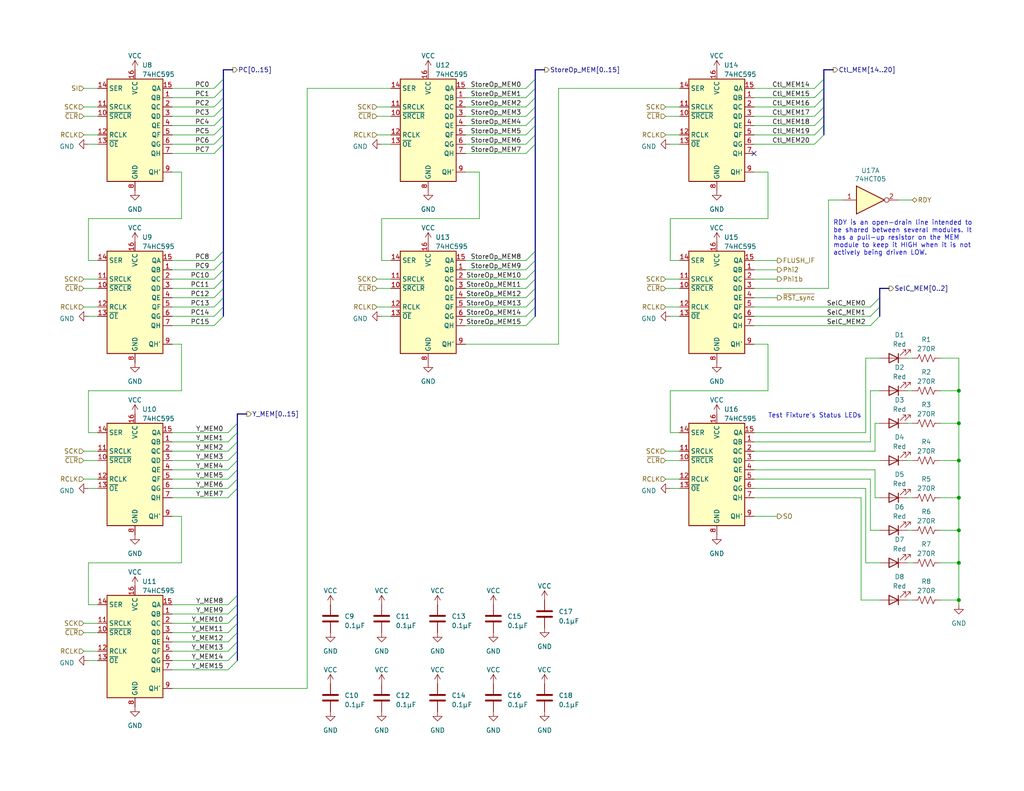
<source format=kicad_sch>
(kicad_sch (version 20250114) (generator "eeschema") (generator_version "9.0")
  (paper "USLetter")
  (title_block (date "2023-03-20"))
  (lib_symbols
    (symbol "74xx:74HC595"
      (property "Reference" "U" (at -7.62 13.97 0))
      (property "Value" "74HC595" (at -7.62 -16.51 0))
      (symbol "74HC595_1_0"
        (pin input line (at -10.16 10.16 0) (length 2.54) (name "SER") (number "14"))
        (pin input line (at -10.16 5.08 0) (length 2.54) (name "SRCLK") (number "11"))
        (pin input line (at -10.16 2.54 0) (length 2.54) (name "~{SRCLR}") (number "10"))
        (pin input line (at -10.16 -2.54 0) (length 2.54) (name "RCLK") (number "12"))
        (pin input line (at -10.16 -5.08 0) (length 2.54) (name "~{OE}") (number "13"))
        (pin power_in line (at 0 15.24 270) (length 2.54) (name "VCC") (number "16"))
        (pin power_in line (at 0 -17.78 90) (length 2.54) (name "GND") (number "8"))
        (pin tri_state line (at 10.16 10.16 180) (length 2.54) (name "QA") (number "15"))
        (pin tri_state line (at 10.16 7.62 180) (length 2.54) (name "QB") (number "1"))
        (pin tri_state line (at 10.16 5.08 180) (length 2.54) (name "QC") (number "2"))
        (pin tri_state line (at 10.16 2.54 180) (length 2.54) (name "QD") (number "3"))
        (pin tri_state line (at 10.16 0 180) (length 2.54) (name "QE") (number "4"))
        (pin tri_state line (at 10.16 -2.54 180) (length 2.54) (name "QF") (number "5"))
        (pin tri_state line (at 10.16 -5.08 180) (length 2.54) (name "QG") (number "6"))
        (pin tri_state line (at 10.16 -7.62 180) (length 2.54) (name "QH") (number "7"))
        (pin output line (at 10.16 -12.7 180) (length 2.54) (name "QH'") (number "9"))
      )
      (symbol "74HC595_1_1"
        (rectangle (start -7.62 12.7) (end 7.62 -15.24) (stroke (width 0.254)) (fill (type background)))
      )
    )
    (symbol "74xx:74LS05" (pin_names (offset 1.016))
      (property "Reference" "U" (at 0 1.27 0))
      (property "Value" "74LS05" (at 0 -1.27 0))
      (symbol "74LS05_1_0"
        (polyline (pts (xy -3.81 3.81) (xy -3.81 -3.81) (xy 3.81 0) (xy -3.81 3.81)) (stroke (width 0.254)) (fill (type background)))
        (pin input line (at -7.62 0 0) (length 3.81) (name "~") (number "1"))
        (pin open_collector inverted (at 7.62 0 180) (length 3.81) (name "~") (number "2"))
      )
      (symbol "74LS05_2_0"
        (polyline (pts (xy -3.81 3.81) (xy -3.81 -3.81) (xy 3.81 0) (xy -3.81 3.81)) (stroke (width 0.254)) (fill (type background)))
        (pin input line (at -7.62 0 0) (length 3.81) (name "~") (number "3"))
        (pin open_collector inverted (at 7.62 0 180) (length 3.81) (name "~") (number "4"))
      )
      (symbol "74LS05_3_0"
        (polyline (pts (xy -3.81 3.81) (xy -3.81 -3.81) (xy 3.81 0) (xy -3.81 3.81)) (stroke (width 0.254)) (fill (type background)))
        (pin input line (at -7.62 0 0) (length 3.81) (name "~") (number "5"))
        (pin open_collector inverted (at 7.62 0 180) (length 3.81) (name "~") (number "6"))
      )
      (symbol "74LS05_4_0"
        (polyline (pts (xy -3.81 3.81) (xy -3.81 -3.81) (xy 3.81 0) (xy -3.81 3.81)) (stroke (width 0.254)) (fill (type background)))
        (pin input line (at -7.62 0 0) (length 3.81) (name "~") (number "9"))
        (pin open_collector inverted (at 7.62 0 180) (length 3.81) (name "~") (number "8"))
      )
      (symbol "74LS05_5_0"
        (polyline (pts (xy -3.81 3.81) (xy -3.81 -3.81) (xy 3.81 0) (xy -3.81 3.81)) (stroke (width 0.254)) (fill (type background)))
        (pin input line (at -7.62 0 0) (length 3.81) (name "~") (number "11"))
        (pin open_collector inverted (at 7.62 0 180) (length 3.81) (name "~") (number "10"))
      )
      (symbol "74LS05_6_0"
        (polyline (pts (xy -3.81 3.81) (xy -3.81 -3.81) (xy 3.81 0) (xy -3.81 3.81)) (stroke (width 0.254)) (fill (type background)))
        (pin input line (at -7.62 0 0) (length 3.81) (name "~") (number "13"))
        (pin open_collector inverted (at 7.62 0 180) (length 3.81) (name "~") (number "12"))
      )
      (symbol "74LS05_7_0"
        (pin power_in line (at 0 12.7 270) (length 5.08) (name "VCC") (number "14"))
        (pin power_in line (at 0 -12.7 90) (length 5.08) (name "GND") (number "7"))
      )
      (symbol "74LS05_7_1"
        (rectangle (start -5.08 7.62) (end 5.08 -7.62) (stroke (width 0.254)) (fill (type background)))
      )
    )
    (symbol "Device:C" (pin_numbers (hide yes)) (pin_names (offset 0.254))
      (property "Reference" "C" (at 0.635 2.54 0))
      (property "Value" "C" (at 0.635 -2.54 0))
      (symbol "C_0_1"
        (polyline (pts (xy -2.032 0.762) (xy 2.032 0.762)) (stroke (width 0.508)))
        (polyline (pts (xy -2.032 -0.762) (xy 2.032 -0.762)) (stroke (width 0.508)))
      )
      (symbol "C_1_1"
        (pin passive line (at 0 3.81 270) (length 2.794) (name "~") (number "1"))
        (pin passive line (at 0 -3.81 90) (length 2.794) (name "~") (number "2"))
      )
    )
    (symbol "Device:LED" (pin_numbers (hide yes)) (pin_names (offset 1.016) (hide yes))
      (property "Reference" "D" (at 0 2.54 0))
      (property "Value" "LED" (at 0 -2.54 0))
      (symbol "LED_0_1"
        (polyline (pts (xy -3.048 -0.762) (xy -4.572 -2.286) (xy -3.81 -2.286) (xy -4.572 -2.286) (xy -4.572 -1.524)))
        (polyline (pts (xy -1.778 -0.762) (xy -3.302 -2.286) (xy -2.54 -2.286) (xy -3.302 -2.286) (xy -3.302 -1.524)))
        (polyline (pts (xy -1.27 0) (xy 1.27 0)))
        (polyline (pts (xy -1.27 -1.27) (xy -1.27 1.27)) (stroke (width 0.254)))
        (polyline (pts (xy 1.27 -1.27) (xy 1.27 1.27) (xy -1.27 0) (xy 1.27 -1.27)) (stroke (width 0.254)))
      )
      (symbol "LED_1_1"
        (pin passive line (at -3.81 0 0) (length 2.54) (name "K") (number "1"))
        (pin passive line (at 3.81 0 180) (length 2.54) (name "A") (number "2"))
      )
    )
    (symbol "Device:R_US" (pin_numbers (hide yes)) (pin_names (offset 0))
      (property "Reference" "R" (at 2.54 0 90))
      (property "Value" "R_US" (at -2.54 0 90))
      (symbol "R_US_0_1"
        (polyline (pts (xy 0 2.286) (xy 0 2.54)))
        (polyline (pts (xy 0 2.286) (xy 1.016 1.905) (xy 0 1.524) (xy -1.016 1.143) (xy 0 0.762)))
        (polyline (pts (xy 0 0.762) (xy 1.016 0.381) (xy 0 0) (xy -1.016 -0.381) (xy 0 -0.762)))
        (polyline (pts (xy 0 -0.762) (xy 1.016 -1.143) (xy 0 -1.524) (xy -1.016 -1.905) (xy 0 -2.286)))
        (polyline (pts (xy 0 -2.286) (xy 0 -2.54)))
      )
      (symbol "R_US_1_1"
        (pin passive line (at 0 3.81 270) (length 1.27) (name "~") (number "1"))
        (pin passive line (at 0 -3.81 90) (length 1.27) (name "~") (number "2"))
      )
    )
    (symbol "power:GND" (power) (pin_names (offset 0))
      (property "Value" "GND" (at 0 -3.81 0))
      (symbol "GND_0_1"
        (polyline (pts (xy 0 0) (xy 0 -1.27) (xy 1.27 -1.27) (xy 0 -2.54) (xy -1.27 -1.27) (xy 0 -1.27)))
      )
      (symbol "GND_1_1"
        (pin power_in line (at 0 0 270) (length 0) (hide yes) (name "GND") (number "1"))
      )
    )
    (symbol "power:VCC" (power) (pin_names (offset 0))
      (property "Value" "VCC" (at 0 3.81 0))
      (symbol "VCC_0_1"
        (polyline (pts (xy -0.762 1.27) (xy 0 2.54)))
        (polyline (pts (xy 0 2.54) (xy 0.762 1.27)))
        (polyline (pts (xy 0 0) (xy 0 2.54)))
      )
      (symbol "VCC_1_1"
        (pin power_in line (at 0 0 90) (length 0) (hide yes) (name "VCC") (number "1"))
      )
    )
  )
  (text "RDY is an open-drain line intended to\nbe shared between several modules. It\nhas a pull-up resistor on the MEM\nmodule to keep it HIGH when it is not\nactively being driven LOW." (at 227.33 69.85 0) (effects (font (size 1.27 1.27)) (justify left bottom)))
  (text "Test Fixture's Status LEDs" (at 209.55 114.3 0) (effects (font (size 1.27 1.27)) (justify left bottom)))
  (junction (at 295.91 69.85))
  (junction (at 261.62 135.89))
  (junction (at 261.62 153.67))
  (junction (at 261.62 144.78))
  (junction (at 261.62 115.57))
  (junction (at 295.91 96.52))
  (junction (at 261.62 125.73))
  (junction (at 295.91 57.15))
  (junction (at 261.62 106.68))
  (junction (at 295.91 44.45))
  (junction (at 261.62 163.83))
  (junction (at 295.91 83.82))
  (no_connect (at 311.15 83.82))
  (no_connect (at 311.15 44.45))
  (no_connect (at 311.15 69.85))
  (no_connect (at 205.74 41.91))
  (no_connect (at 311.15 96.52))
  (no_connect (at 311.15 57.15))
  (bus_entry (at 146.05 78.74) (size -2.54 2.54))
  (bus_entry (at 60.96 76.2) (size -2.54 2.54))
  (bus_entry (at 64.77 167.64) (size -2.54 2.54))
  (bus_entry (at 60.96 81.28) (size -2.54 2.54))
  (bus_entry (at 60.96 36.83) (size -2.54 2.54))
  (bus_entry (at 146.05 71.12) (size -2.54 2.54))
  (bus_entry (at 146.05 24.13) (size -2.54 2.54))
  (bus_entry (at 64.77 120.65) (size -2.54 2.54))
  (bus_entry (at 60.96 34.29) (size -2.54 2.54))
  (bus_entry (at 60.96 83.82) (size -2.54 2.54))
  (bus_entry (at 224.79 34.29) (size -2.54 2.54))
  (bus_entry (at 64.77 133.35) (size -2.54 2.54))
  (bus_entry (at 146.05 76.2) (size -2.54 2.54))
  (bus_entry (at 60.96 26.67) (size -2.54 2.54))
  (bus_entry (at 64.77 175.26) (size -2.54 2.54))
  (bus_entry (at 64.77 162.56) (size -2.54 2.54))
  (bus_entry (at 60.96 73.66) (size -2.54 2.54))
  (bus_entry (at 64.77 165.1) (size -2.54 2.54))
  (bus_entry (at 60.96 39.37) (size -2.54 2.54))
  (bus_entry (at 146.05 34.29) (size -2.54 2.54))
  (bus_entry (at 240.03 86.36) (size -2.54 2.54))
  (bus_entry (at 146.05 29.21) (size -2.54 2.54))
  (bus_entry (at 64.77 180.34) (size -2.54 2.54))
  (bus_entry (at 224.79 36.83) (size -2.54 2.54))
  (bus_entry (at 224.79 26.67) (size -2.54 2.54))
  (bus_entry (at 64.77 128.27) (size -2.54 2.54))
  (bus_entry (at 146.05 68.58) (size -2.54 2.54))
  (bus_entry (at 64.77 123.19) (size -2.54 2.54))
  (bus_entry (at 60.96 68.58) (size -2.54 2.54))
  (bus_entry (at 146.05 86.36) (size -2.54 2.54))
  (bus_entry (at 64.77 115.57) (size -2.54 2.54))
  (bus_entry (at 240.03 81.28) (size -2.54 2.54))
  (bus_entry (at 64.77 170.18) (size -2.54 2.54))
  (bus_entry (at 64.77 125.73) (size -2.54 2.54))
  (bus_entry (at 60.96 86.36) (size -2.54 2.54))
  (bus_entry (at 146.05 36.83) (size -2.54 2.54))
  (bus_entry (at 60.96 31.75) (size -2.54 2.54))
  (bus_entry (at 60.96 78.74) (size -2.54 2.54))
  (bus_entry (at 224.79 29.21) (size -2.54 2.54))
  (bus_entry (at 64.77 130.81) (size -2.54 2.54))
  (bus_entry (at 146.05 31.75) (size -2.54 2.54))
  (bus_entry (at 60.96 24.13) (size -2.54 2.54))
  (bus_entry (at 64.77 118.11) (size -2.54 2.54))
  (bus_entry (at 224.79 24.13) (size -2.54 2.54))
  (bus_entry (at 64.77 177.8) (size -2.54 2.54))
  (bus_entry (at 64.77 172.72) (size -2.54 2.54))
  (bus_entry (at 60.96 71.12) (size -2.54 2.54))
  (bus_entry (at 224.79 21.59) (size -2.54 2.54))
  (bus_entry (at 224.79 31.75) (size -2.54 2.54))
  (bus_entry (at 146.05 73.66) (size -2.54 2.54))
  (bus_entry (at 146.05 81.28) (size -2.54 2.54))
  (bus_entry (at 60.96 29.21) (size -2.54 2.54))
  (bus_entry (at 240.03 83.82) (size -2.54 2.54))
  (bus_entry (at 146.05 26.67) (size -2.54 2.54))
  (bus_entry (at 146.05 21.59) (size -2.54 2.54))
  (bus_entry (at 146.05 39.37) (size -2.54 2.54))
  (bus_entry (at 146.05 83.82) (size -2.54 2.54))
  (bus_entry (at 60.96 21.59) (size -2.54 2.54))
  (wire (pts (xy 205.74 120.65) (xy 237.49 120.65)))
  (wire (pts (xy 247.65 153.67) (xy 248.92 153.67)))
  (wire (pts (xy 205.74 46.99) (xy 209.55 46.99)))
  (wire (pts (xy 295.91 57.15) (xy 295.91 69.85)))
  (bus (pts (xy 60.96 19.05) (xy 60.96 21.59)))
  (wire (pts (xy 143.51 36.83) (xy 127 36.83)))
  (bus (pts (xy 60.96 36.83) (xy 60.96 39.37)))
  (wire (pts (xy 181.61 36.83) (xy 185.42 36.83)))
  (wire (pts (xy 182.88 59.69) (xy 209.55 59.69)))
  (bus (pts (xy 146.05 68.58) (xy 146.05 71.12)))
  (wire (pts (xy 46.99 123.19) (xy 62.23 123.19)))
  (wire (pts (xy 261.62 97.79) (xy 261.62 106.68)))
  (wire (pts (xy 46.99 187.96) (xy 83.82 187.96)))
  (wire (pts (xy 245.11 54.61) (xy 248.92 54.61)))
  (wire (pts (xy 237.49 144.78) (xy 240.03 144.78)))
  (wire (pts (xy 205.74 130.81) (xy 237.49 130.81)))
  (wire (pts (xy 236.22 133.35) (xy 236.22 153.67)))
  (wire (pts (xy 226.06 54.61) (xy 226.06 78.74)))
  (wire (pts (xy 205.74 125.73) (xy 240.03 125.73)))
  (wire (pts (xy 22.86 172.72) (xy 26.67 172.72)))
  (wire (pts (xy 49.53 140.97) (xy 49.53 153.67)))
  (wire (pts (xy 49.53 106.68) (xy 24.13 106.68)))
  (wire (pts (xy 295.91 44.45) (xy 295.91 57.15)))
  (bus (pts (xy 146.05 83.82) (xy 146.05 86.36)))
  (wire (pts (xy 46.99 180.34) (xy 62.23 180.34)))
  (wire (pts (xy 256.54 106.68) (xy 261.62 106.68)))
  (bus (pts (xy 64.77 123.19) (xy 64.77 125.73)))
  (wire (pts (xy 261.62 144.78) (xy 261.62 153.67)))
  (wire (pts (xy 205.74 135.89) (xy 234.95 135.89)))
  (wire (pts (xy 205.74 140.97) (xy 212.09 140.97)))
  (wire (pts (xy 58.42 39.37) (xy 46.99 39.37)))
  (wire (pts (xy 22.86 83.82) (xy 26.67 83.82)))
  (wire (pts (xy 222.25 31.75) (xy 205.74 31.75)))
  (bus (pts (xy 60.96 26.67) (xy 60.96 29.21)))
  (bus (pts (xy 64.77 177.8) (xy 64.77 180.34)))
  (wire (pts (xy 185.42 24.13) (xy 152.4 24.13)))
  (wire (pts (xy 104.14 71.12) (xy 106.68 71.12)))
  (wire (pts (xy 222.25 36.83) (xy 205.74 36.83)))
  (wire (pts (xy 22.86 24.13) (xy 26.67 24.13)))
  (wire (pts (xy 261.62 125.73) (xy 261.62 135.89)))
  (wire (pts (xy 102.87 31.75) (xy 106.68 31.75)))
  (wire (pts (xy 102.87 29.21) (xy 106.68 29.21)))
  (wire (pts (xy 22.86 170.18) (xy 26.67 170.18)))
  (wire (pts (xy 240.03 106.68) (xy 237.49 106.68)))
  (wire (pts (xy 46.99 120.65) (xy 62.23 120.65)))
  (wire (pts (xy 261.62 115.57) (xy 261.62 125.73)))
  (bus (pts (xy 224.79 31.75) (xy 224.79 34.29)))
  (wire (pts (xy 102.87 36.83) (xy 106.68 36.83)))
  (wire (pts (xy 182.88 59.69) (xy 182.88 71.12)))
  (bus (pts (xy 60.96 73.66) (xy 60.96 76.2)))
  (wire (pts (xy 104.14 59.69) (xy 130.81 59.69)))
  (wire (pts (xy 24.13 180.34) (xy 26.67 180.34)))
  (wire (pts (xy 22.86 130.81) (xy 26.67 130.81)))
  (wire (pts (xy 102.87 76.2) (xy 106.68 76.2)))
  (wire (pts (xy 256.54 125.73) (xy 261.62 125.73)))
  (wire (pts (xy 46.99 130.81) (xy 62.23 130.81)))
  (wire (pts (xy 238.76 135.89) (xy 240.03 135.89)))
  (wire (pts (xy 181.61 83.82) (xy 185.42 83.82)))
  (wire (pts (xy 205.74 123.19) (xy 238.76 123.19)))
  (wire (pts (xy 295.91 127) (xy 295.91 130.81)))
  (wire (pts (xy 58.42 88.9) (xy 46.99 88.9)))
  (bus (pts (xy 146.05 71.12) (xy 146.05 73.66)))
  (bus (pts (xy 60.96 83.82) (xy 60.96 86.36)))
  (wire (pts (xy 247.65 135.89) (xy 248.92 135.89)))
  (wire (pts (xy 247.65 125.73) (xy 248.92 125.73)))
  (wire (pts (xy 209.55 106.68) (xy 182.88 106.68)))
  (wire (pts (xy 182.88 86.36) (xy 185.42 86.36)))
  (bus (pts (xy 224.79 29.21) (xy 224.79 31.75)))
  (wire (pts (xy 152.4 93.98) (xy 127 93.98)))
  (wire (pts (xy 143.51 31.75) (xy 127 31.75)))
  (wire (pts (xy 58.42 86.36) (xy 46.99 86.36)))
  (bus (pts (xy 242.57 78.74) (xy 240.03 78.74)))
  (bus (pts (xy 64.77 128.27) (xy 64.77 130.81)))
  (wire (pts (xy 49.53 93.98) (xy 49.53 106.68)))
  (wire (pts (xy 46.99 177.8) (xy 62.23 177.8)))
  (bus (pts (xy 64.77 118.11) (xy 64.77 120.65)))
  (wire (pts (xy 256.54 115.57) (xy 261.62 115.57)))
  (wire (pts (xy 247.65 163.83) (xy 248.92 163.83)))
  (bus (pts (xy 60.96 21.59) (xy 60.96 24.13)))
  (wire (pts (xy 234.95 135.89) (xy 234.95 163.83)))
  (bus (pts (xy 60.96 29.21) (xy 60.96 31.75)))
  (wire (pts (xy 24.13 153.67) (xy 24.13 165.1)))
  (wire (pts (xy 22.86 125.73) (xy 26.67 125.73)))
  (wire (pts (xy 58.42 36.83) (xy 46.99 36.83)))
  (wire (pts (xy 182.88 71.12) (xy 185.42 71.12)))
  (wire (pts (xy 143.51 29.21) (xy 127 29.21)))
  (wire (pts (xy 102.87 83.82) (xy 106.68 83.82)))
  (wire (pts (xy 205.74 88.9) (xy 237.49 88.9)))
  (wire (pts (xy 46.99 46.99) (xy 49.53 46.99)))
  (wire (pts (xy 236.22 97.79) (xy 236.22 118.11)))
  (wire (pts (xy 46.99 125.73) (xy 62.23 125.73)))
  (wire (pts (xy 205.74 76.2) (xy 212.09 76.2)))
  (bus (pts (xy 64.77 175.26) (xy 64.77 177.8)))
  (wire (pts (xy 256.54 135.89) (xy 261.62 135.89)))
  (wire (pts (xy 24.13 86.36) (xy 26.67 86.36)))
  (wire (pts (xy 58.42 71.12) (xy 46.99 71.12)))
  (wire (pts (xy 22.86 31.75) (xy 26.67 31.75)))
  (wire (pts (xy 182.88 106.68) (xy 182.88 118.11)))
  (wire (pts (xy 24.13 118.11) (xy 26.67 118.11)))
  (bus (pts (xy 64.77 167.64) (xy 64.77 170.18)))
  (wire (pts (xy 24.13 59.69) (xy 49.53 59.69)))
  (wire (pts (xy 104.14 86.36) (xy 106.68 86.36)))
  (wire (pts (xy 181.61 29.21) (xy 185.42 29.21)))
  (wire (pts (xy 182.88 39.37) (xy 185.42 39.37)))
  (bus (pts (xy 60.96 81.28) (xy 60.96 83.82)))
  (wire (pts (xy 143.51 39.37) (xy 127 39.37)))
  (wire (pts (xy 127 41.91) (xy 143.51 41.91)))
  (wire (pts (xy 58.42 83.82) (xy 46.99 83.82)))
  (wire (pts (xy 49.53 46.99) (xy 49.53 59.69)))
  (bus (pts (xy 67.31 113.03) (xy 64.77 113.03)))
  (wire (pts (xy 58.42 41.91) (xy 46.99 41.91)))
  (bus (pts (xy 146.05 78.74) (xy 146.05 81.28)))
  (wire (pts (xy 237.49 130.81) (xy 237.49 144.78)))
  (wire (pts (xy 46.99 135.89) (xy 62.23 135.89)))
  (wire (pts (xy 247.65 106.68) (xy 248.92 106.68)))
  (bus (pts (xy 240.03 81.28) (xy 240.03 83.82)))
  (wire (pts (xy 261.62 106.68) (xy 261.62 115.57)))
  (wire (pts (xy 24.13 39.37) (xy 26.67 39.37)))
  (bus (pts (xy 146.05 39.37) (xy 146.05 68.58)))
  (wire (pts (xy 46.99 172.72) (xy 62.23 172.72)))
  (wire (pts (xy 46.99 170.18) (xy 62.23 170.18)))
  (wire (pts (xy 24.13 165.1) (xy 26.67 165.1)))
  (wire (pts (xy 222.25 29.21) (xy 205.74 29.21)))
  (wire (pts (xy 46.99 133.35) (xy 62.23 133.35)))
  (wire (pts (xy 58.42 34.29) (xy 46.99 34.29)))
  (bus (pts (xy 146.05 21.59) (xy 146.05 24.13)))
  (bus (pts (xy 64.77 120.65) (xy 64.77 123.19)))
  (bus (pts (xy 64.77 133.35) (xy 64.77 162.56)))
  (bus (pts (xy 240.03 83.82) (xy 240.03 86.36)))
  (wire (pts (xy 127 46.99) (xy 130.81 46.99)))
  (bus (pts (xy 146.05 24.13) (xy 146.05 26.67)))
  (bus (pts (xy 64.77 170.18) (xy 64.77 172.72)))
  (wire (pts (xy 143.51 83.82) (xy 127 83.82)))
  (wire (pts (xy 181.61 125.73) (xy 185.42 125.73)))
  (wire (pts (xy 229.87 54.61) (xy 226.06 54.61)))
  (wire (pts (xy 152.4 24.13) (xy 152.4 93.98)))
  (wire (pts (xy 46.99 167.64) (xy 62.23 167.64)))
  (wire (pts (xy 24.13 71.12) (xy 26.67 71.12)))
  (wire (pts (xy 143.51 71.12) (xy 127 71.12)))
  (wire (pts (xy 236.22 153.67) (xy 240.03 153.67)))
  (wire (pts (xy 205.74 133.35) (xy 236.22 133.35)))
  (wire (pts (xy 205.74 78.74) (xy 226.06 78.74)))
  (wire (pts (xy 247.65 144.78) (xy 248.92 144.78)))
  (wire (pts (xy 181.61 31.75) (xy 185.42 31.75)))
  (wire (pts (xy 181.61 76.2) (xy 185.42 76.2)))
  (bus (pts (xy 64.77 162.56) (xy 64.77 165.1)))
  (wire (pts (xy 247.65 115.57) (xy 248.92 115.57)))
  (wire (pts (xy 24.13 59.69) (xy 24.13 71.12)))
  (wire (pts (xy 205.74 81.28) (xy 212.09 81.28)))
  (wire (pts (xy 143.51 76.2) (xy 127 76.2)))
  (wire (pts (xy 58.42 81.28) (xy 46.99 81.28)))
  (wire (pts (xy 205.74 93.98) (xy 209.55 93.98)))
  (bus (pts (xy 60.96 68.58) (xy 60.96 71.12)))
  (bus (pts (xy 224.79 21.59) (xy 224.79 24.13)))
  (wire (pts (xy 205.74 86.36) (xy 237.49 86.36)))
  (wire (pts (xy 143.51 34.29) (xy 127 34.29)))
  (bus (pts (xy 146.05 73.66) (xy 146.05 76.2)))
  (wire (pts (xy 182.88 133.35) (xy 185.42 133.35)))
  (bus (pts (xy 146.05 19.05) (xy 146.05 21.59)))
  (wire (pts (xy 143.51 26.67) (xy 127 26.67)))
  (bus (pts (xy 60.96 24.13) (xy 60.96 26.67)))
  (bus (pts (xy 146.05 34.29) (xy 146.05 36.83)))
  (wire (pts (xy 143.51 78.74) (xy 127 78.74)))
  (wire (pts (xy 209.55 46.99) (xy 209.55 59.69)))
  (wire (pts (xy 130.81 46.99) (xy 130.81 59.69)))
  (bus (pts (xy 64.77 113.03) (xy 64.77 115.57)))
  (bus (pts (xy 64.77 125.73) (xy 64.77 128.27)))
  (wire (pts (xy 261.62 153.67) (xy 261.62 163.83)))
  (wire (pts (xy 143.51 86.36) (xy 127 86.36)))
  (wire (pts (xy 261.62 163.83) (xy 261.62 165.1)))
  (wire (pts (xy 102.87 78.74) (xy 106.68 78.74)))
  (bus (pts (xy 146.05 36.83) (xy 146.05 39.37)))
  (bus (pts (xy 60.96 31.75) (xy 60.96 34.29)))
  (bus (pts (xy 148.59 19.05) (xy 146.05 19.05)))
  (wire (pts (xy 256.54 97.79) (xy 261.62 97.79)))
  (wire (pts (xy 58.42 24.13) (xy 46.99 24.13)))
  (wire (pts (xy 240.03 97.79) (xy 236.22 97.79)))
  (wire (pts (xy 237.49 106.68) (xy 237.49 120.65)))
  (bus (pts (xy 60.96 78.74) (xy 60.96 81.28)))
  (wire (pts (xy 58.42 31.75) (xy 46.99 31.75)))
  (bus (pts (xy 146.05 26.67) (xy 146.05 29.21)))
  (wire (pts (xy 240.03 115.57) (xy 238.76 115.57)))
  (wire (pts (xy 143.51 24.13) (xy 127 24.13)))
  (wire (pts (xy 83.82 24.13) (xy 106.68 24.13)))
  (bus (pts (xy 224.79 34.29) (xy 224.79 36.83)))
  (wire (pts (xy 22.86 36.83) (xy 26.67 36.83)))
  (wire (pts (xy 104.14 59.69) (xy 104.14 71.12)))
  (bus (pts (xy 146.05 76.2) (xy 146.05 78.74)))
  (wire (pts (xy 181.61 78.74) (xy 185.42 78.74)))
  (wire (pts (xy 46.99 140.97) (xy 49.53 140.97)))
  (bus (pts (xy 146.05 29.21) (xy 146.05 31.75)))
  (wire (pts (xy 222.25 34.29) (xy 205.74 34.29)))
  (wire (pts (xy 295.91 69.85) (xy 295.91 83.82)))
  (bus (pts (xy 224.79 26.67) (xy 224.79 29.21)))
  (wire (pts (xy 205.74 73.66) (xy 212.09 73.66)))
  (wire (pts (xy 222.25 24.13) (xy 205.74 24.13)))
  (wire (pts (xy 24.13 106.68) (xy 24.13 118.11)))
  (wire (pts (xy 256.54 144.78) (xy 261.62 144.78)))
  (bus (pts (xy 227.33 19.05) (xy 224.79 19.05)))
  (wire (pts (xy 181.61 130.81) (xy 185.42 130.81)))
  (wire (pts (xy 58.42 73.66) (xy 46.99 73.66)))
  (bus (pts (xy 146.05 31.75) (xy 146.05 34.29)))
  (wire (pts (xy 22.86 123.19) (xy 26.67 123.19)))
  (wire (pts (xy 238.76 128.27) (xy 238.76 135.89)))
  (wire (pts (xy 205.74 71.12) (xy 212.09 71.12)))
  (wire (pts (xy 46.99 118.11) (xy 62.23 118.11)))
  (wire (pts (xy 46.99 182.88) (xy 62.23 182.88)))
  (wire (pts (xy 46.99 165.1) (xy 62.23 165.1)))
  (bus (pts (xy 224.79 19.05) (xy 224.79 21.59)))
  (wire (pts (xy 209.55 93.98) (xy 209.55 106.68)))
  (wire (pts (xy 46.99 93.98) (xy 49.53 93.98)))
  (wire (pts (xy 24.13 153.67) (xy 49.53 153.67)))
  (bus (pts (xy 60.96 34.29) (xy 60.96 36.83)))
  (wire (pts (xy 58.42 76.2) (xy 46.99 76.2)))
  (wire (pts (xy 143.51 73.66) (xy 127 73.66)))
  (bus (pts (xy 64.77 130.81) (xy 64.77 133.35)))
  (wire (pts (xy 22.86 177.8) (xy 26.67 177.8)))
  (bus (pts (xy 64.77 165.1) (xy 64.77 167.64)))
  (bus (pts (xy 60.96 71.12) (xy 60.96 73.66)))
  (wire (pts (xy 46.99 175.26) (xy 62.23 175.26)))
  (bus (pts (xy 224.79 24.13) (xy 224.79 26.67)))
  (wire (pts (xy 256.54 153.67) (xy 261.62 153.67)))
  (wire (pts (xy 143.51 81.28) (xy 127 81.28)))
  (wire (pts (xy 182.88 118.11) (xy 185.42 118.11)))
  (bus (pts (xy 240.03 78.74) (xy 240.03 81.28)))
  (wire (pts (xy 83.82 24.13) (xy 83.82 187.96)))
  (wire (pts (xy 24.13 133.35) (xy 26.67 133.35)))
  (wire (pts (xy 295.91 96.52) (xy 295.91 101.6)))
  (wire (pts (xy 295.91 34.29) (xy 295.91 44.45)))
  (wire (pts (xy 58.42 78.74) (xy 46.99 78.74)))
  (wire (pts (xy 247.65 97.79) (xy 248.92 97.79)))
  (bus (pts (xy 64.77 115.57) (xy 64.77 118.11)))
  (wire (pts (xy 22.86 78.74) (xy 26.67 78.74)))
  (bus (pts (xy 146.05 81.28) (xy 146.05 83.82)))
  (wire (pts (xy 205.74 128.27) (xy 238.76 128.27)))
  (wire (pts (xy 222.25 26.67) (xy 205.74 26.67)))
  (wire (pts (xy 143.51 88.9) (xy 127 88.9)))
  (bus (pts (xy 60.96 76.2) (xy 60.96 78.74)))
  (wire (pts (xy 46.99 128.27) (xy 62.23 128.27)))
  (wire (pts (xy 261.62 135.89) (xy 261.62 144.78)))
  (wire (pts (xy 58.42 26.67) (xy 46.99 26.67)))
  (wire (pts (xy 295.91 83.82) (xy 295.91 96.52)))
  (bus (pts (xy 60.96 39.37) (xy 60.96 68.58)))
  (wire (pts (xy 222.25 39.37) (xy 205.74 39.37)))
  (wire (pts (xy 104.14 39.37) (xy 106.68 39.37)))
  (wire (pts (xy 58.42 29.21) (xy 46.99 29.21)))
  (wire (pts (xy 205.74 83.82) (xy 237.49 83.82)))
  (bus (pts (xy 64.77 172.72) (xy 64.77 175.26)))
  (wire (pts (xy 238.76 123.19) (xy 238.76 115.57)))
  (bus (pts (xy 63.5 19.05) (xy 60.96 19.05)))
  (wire (pts (xy 181.61 123.19) (xy 185.42 123.19)))
  (wire (pts (xy 234.95 163.83) (xy 240.03 163.83)))
  (wire (pts (xy 22.86 29.21) (xy 26.67 29.21)))
  (wire (pts (xy 256.54 163.83) (xy 261.62 163.83)))
  (wire (pts (xy 205.74 118.11) (xy 236.22 118.11)))
  (wire (pts (xy 22.86 76.2) (xy 26.67 76.2)))
  (label "Ctl_MEM16" (at 220.98 29.21 180))
  (label "Ctl_MEM15" (at 220.98 26.67 180))
  (label "PC13" (at 57.15 83.82 180))
  (label "PC6" (at 57.15 39.37 180))
  (label "PC5" (at 57.15 36.83 180))
  (label "Y_MEM13" (at 60.96 177.8 180))
  (label "PC12" (at 57.15 81.28 180))
  (label "StoreOp_MEM12" (at 142.24 81.28 180))
  (label "StoreOp_MEM5" (at 142.24 36.83 180))
  (label "PC7" (at 57.15 41.91 180))
  (label "Y_MEM12" (at 60.96 175.26 180))
  (label "Ctl_MEM20" (at 220.98 39.37 180))
  (label "Y_MEM8" (at 60.96 165.1 180))
  (label "Y_MEM6" (at 60.96 133.35 180))
  (label "Y_MEM0" (at 60.96 118.11 180))
  (label "Y_MEM5" (at 60.96 130.81 180))
  (label "PC1" (at 57.15 26.67 180))
  (label "Y_MEM11" (at 60.96 172.72 180))
  (label "Y_MEM4" (at 60.96 128.27 180))
  (label "PC4" (at 57.15 34.29 180))
  (label "Ctl_MEM19" (at 220.98 36.83 180))
  (label "PC8" (at 57.15 71.12 180))
  (label "Y_MEM2" (at 60.96 123.19 180))
  (label "PC11" (at 57.15 78.74 180))
  (label "StoreOp_MEM14" (at 142.24 86.36 180))
  (label "PC15" (at 57.15 88.9 180))
  (label "StoreOp_MEM8" (at 142.24 71.12 180))
  (label "StoreOp_MEM7" (at 142.24 41.91 180))
  (label "Y_MEM15" (at 60.96 182.88 180))
  (label "StoreOp_MEM6" (at 142.24 39.37 180))
  (label "StoreOp_MEM15" (at 142.24 88.9 180))
  (label "Ctl_MEM17" (at 220.98 31.75 180))
  (label "Y_MEM14" (at 60.96 180.34 180))
  (label "Y_MEM9" (at 60.96 167.64 180))
  (label "Ctl_MEM14" (at 220.98 24.13 180))
  (label "StoreOp_MEM9" (at 142.24 73.66 180))
  (label "SelC_MEM2" (at 236.22 88.9 180))
  (label "PC10" (at 57.15 76.2 180))
  (label "PC2" (at 57.15 29.21 180))
  (label "StoreOp_MEM3" (at 142.24 31.75 180))
  (label "StoreOp_MEM4" (at 142.24 34.29 180))
  (label "StoreOp_MEM10" (at 142.24 76.2 180))
  (label "PC0" (at 57.15 24.13 180))
  (label "StoreOp_MEM2" (at 142.24 29.21 180))
  (label "StoreOp_MEM13" (at 142.24 83.82 180))
  (label "PC14" (at 57.15 86.36 180))
  (label "SelC_MEM1" (at 236.22 86.36 180))
  (label "PC3" (at 57.15 31.75 180))
  (label "Y_MEM10" (at 60.96 170.18 180))
  (label "Y_MEM3" (at 60.96 125.73 180))
  (label "SelC_MEM0" (at 236.22 83.82 180))
  (label "Y_MEM1" (at 60.96 120.65 180))
  (label "StoreOp_MEM1" (at 142.24 26.67 180))
  (label "StoreOp_MEM0" (at 142.24 24.13 180))
  (label "PC9" (at 57.15 73.66 180))
  (label "Y_MEM7" (at 60.96 135.89 180))
  (label "Ctl_MEM18" (at 220.98 34.29 180))
  (label "StoreOp_MEM11" (at 142.24 78.74 180))
  (hierarchical_label "SelC_MEM[0..2]" (shape output) (at 242.57 78.74 0))
  (hierarchical_label "RCLK" (shape input) (at 22.86 36.83 180))
  (hierarchical_label "RDY" (shape tri_state) (at 248.92 54.61 0))
  (hierarchical_label "RCLK" (shape input) (at 22.86 177.8 180))
  (hierarchical_label "~{CLR}" (shape input) (at 22.86 31.75 180))
  (hierarchical_label "SCK" (shape input) (at 181.61 123.19 180))
  (hierarchical_label "~{CLR}" (shape input) (at 181.61 78.74 180))
  (hierarchical_label "SCK" (shape input) (at 22.86 29.21 180))
  (hierarchical_label "~{CLR}" (shape input) (at 102.87 78.74 180))
  (hierarchical_label "RCLK" (shape input) (at 102.87 36.83 180))
  (hierarchical_label "SO" (shape output) (at 212.09 140.97 0))
  (hierarchical_label "SCK" (shape input) (at 22.86 170.18 180))
  (hierarchical_label "SCK" (shape input) (at 102.87 76.2 180))
  (hierarchical_label "PC[0..15]" (shape output) (at 63.5 19.05 0))
  (hierarchical_label "~{CLR}" (shape input) (at 22.86 172.72 180))
  (hierarchical_label "RCLK" (shape input) (at 181.61 83.82 180))
  (hierarchical_label "RCLK" (shape input) (at 181.61 130.81 180))
  (hierarchical_label "SCK" (shape input) (at 22.86 76.2 180))
  (hierarchical_label "Phi2" (shape output) (at 212.09 73.66 0))
  (hierarchical_label "RCLK" (shape input) (at 181.61 36.83 180))
  (hierarchical_label "~{CLR}" (shape input) (at 181.61 125.73 180))
  (hierarchical_label "SI" (shape input) (at 22.86 24.13 180))
  (hierarchical_label "SCK" (shape input) (at 181.61 76.2 180))
  (hierarchical_label "~{RST_sync}" (shape output) (at 212.09 81.28 0))
  (hierarchical_label "~{CLR}" (shape input) (at 102.87 31.75 180))
  (hierarchical_label "~{CLR}" (shape input) (at 22.86 125.73 180))
  (hierarchical_label "SCK" (shape input) (at 102.87 29.21 180))
  (hierarchical_label "Ctl_MEM[14..20]" (shape output) (at 227.33 19.05 0))
  (hierarchical_label "SCK" (shape input) (at 22.86 123.19 180))
  (hierarchical_label "RCLK" (shape input) (at 22.86 83.82 180))
  (hierarchical_label "StoreOp_MEM[0..15]" (shape output) (at 148.59 19.05 0))
  (hierarchical_label "RCLK" (shape input) (at 22.86 130.81 180))
  (hierarchical_label "Y_MEM[0..15]" (shape output) (at 67.31 113.03 0))
  (hierarchical_label "Phi1b" (shape output) (at 212.09 76.2 0))
  (hierarchical_label "~{CLR}" (shape input) (at 22.86 78.74 180))
  (hierarchical_label "FLUSH_IF" (shape output) (at 212.09 71.12 0))
  (hierarchical_label "RCLK" (shape input) (at 102.87 83.82 180))
  (hierarchical_label "~{CLR}" (shape input) (at 181.61 31.75 180))
  (hierarchical_label "SCK" (shape input) (at 181.61 29.21 180))
  (symbol (lib_id "Device:R_US") (at 252.73 153.67 90) (unit 1)
    (property "Reference" "R7" (at 252.73 148.59 90))
    (property "Value" "270R" (at 252.73 151.13 90))
    (property "Footprint" "Capacitor_SMD:C_0603_1608Metric" (effects (hide yes)))
    (property "Mouser" "https://www.mouser.com/ProductDetail/652-CR0603FX-2700ELF" (effects (hide yes)))
  )
  (symbol (lib_id "Device:LED") (at 243.84 144.78 180) (unit 1)
    (property "Reference" "D6" (at 245.4275 138.43 0))
    (property "Value" "Red" (at 245.4275 140.97 0))
    (property "Footprint" "LED_SMD:LED_0603_1608Metric" (effects (hide yes)))
    (property "Mouser" "https://www.mouser.com/ProductDetail/604-AP2012ID" (effects (hide yes)))
  )
  (symbol (lib_id "power:GND") (at 104.14 172.72 0) (unit 1)
    (property "Reference" "#PWR091" (effects (hide yes)))
    (property "Value" "GND" (at 104.14 177.8 0))
  )
  (symbol (lib_id "74xx:74LS05") (at 295.91 114.3 0) (unit 7)
    (property "Reference" "U17" (at 301.752 113.1316 0) (effects (justify left)))
    (property "Value" "74HCT05" (at 301.752 115.443 0) (effects (justify left)))
    (property "Footprint" "Package_SO:TSSOP-14_4.4x5mm_P0.65mm" (effects (hide yes)))
    (property "Datasheet" "http://www.ti.com/lit/gpn/sn74LS05" (effects (hide yes)))
    (property "Mouser" "https://www.mouser.com/ProductDetail/ON-Semiconductor-Fairchild/MM74HCT05MTC?qs=7qg%2FUSZkK84HVNk73cLWQw%3D%3D" (effects (hide yes)))
  )
  (symbol (lib_id "Device:LED") (at 243.84 135.89 180) (unit 1)
    (property "Reference" "D5" (at 245.4275 129.54 0))
    (property "Value" "Red" (at 245.4275 132.08 0))
    (property "Footprint" "LED_SMD:LED_0603_1608Metric" (effects (hide yes)))
    (property "Mouser" "https://www.mouser.com/ProductDetail/604-AP2012ID" (effects (hide yes)))
  )
  (symbol (lib_id "Device:C") (at 134.62 168.91 0) (unit 1)
    (property "Reference" "C15" (at 138.43 168.275 0) (effects (justify left)))
    (property "Value" "0.1µF" (at 138.43 170.815 0) (effects (justify left)))
    (property "Footprint" "Capacitor_SMD:C_0603_1608Metric" (effects (hide yes)))
    (property "Mouser" "https://www.mouser.com/ProductDetail/963-EMK107B7104KAHT" (effects (hide yes)))
  )
  (symbol (lib_id "Device:R_US") (at 252.73 163.83 90) (unit 1)
    (property "Reference" "R8" (at 252.73 158.75 90))
    (property "Value" "270R" (at 252.73 161.29 90))
    (property "Footprint" "Capacitor_SMD:C_0603_1608Metric" (effects (hide yes)))
    (property "Mouser" "https://www.mouser.com/ProductDetail/652-CR0603FX-2700ELF" (effects (hide yes)))
  )
  (symbol (lib_id "power:VCC") (at 134.62 186.69 0) (unit 1)
    (property "Reference" "#PWR0104" (effects (hide yes)))
    (property "Value" "VCC" (at 134.62 182.88 0))
  )
  (symbol (lib_id "power:GND") (at 90.17 194.31 0) (unit 1)
    (property "Reference" "#PWR087" (effects (hide yes)))
    (property "Value" "GND" (at 90.17 199.39 0))
  )
  (symbol (lib_id "power:GND") (at 24.13 86.36 270) (unit 1)
    (property "Reference" "#PWR073" (effects (hide yes)))
    (property "Value" "GND" (at 20.32 86.995 90) (effects (justify right)))
  )
  (symbol (lib_id "power:GND") (at 36.83 146.05 0) (unit 1)
    (property "Reference" "#PWR081" (effects (hide yes)))
    (property "Value" "GND" (at 36.83 151.13 0))
  )
  (symbol (lib_id "power:GND") (at 148.59 171.45 0) (unit 1)
    (property "Reference" "#PWR0107" (effects (hide yes)))
    (property "Value" "GND" (at 148.59 176.53 0))
  )
  (symbol (lib_id "Device:LED") (at 243.84 125.73 180) (unit 1)
    (property "Reference" "D4" (at 245.4275 119.38 0))
    (property "Value" "Red" (at 245.4275 121.92 0))
    (property "Footprint" "LED_SMD:LED_0603_1608Metric" (effects (hide yes)))
    (property "Mouser" "https://www.mouser.com/ProductDetail/604-AP2012ID" (effects (hide yes)))
  )
  (symbol (lib_id "Device:R_US") (at 252.73 106.68 90) (unit 1)
    (property "Reference" "R2" (at 252.73 101.6 90))
    (property "Value" "270R" (at 252.73 104.14 90))
    (property "Footprint" "Capacitor_SMD:C_0603_1608Metric" (effects (hide yes)))
    (property "Mouser" "https://www.mouser.com/ProductDetail/652-CR0603FX-2700ELF" (effects (hide yes)))
  )
  (symbol (lib_id "74xx:74HC595") (at 36.83 81.28 0) (unit 1)
    (property "Reference" "U9" (at 38.7859 64.77 0) (effects (justify left)))
    (property "Value" "74HC595" (at 38.7859 67.31 0) (effects (justify left)))
    (property "Footprint" "Package_SO:TSSOP-16_4.4x5mm_P0.65mm" (effects (hide yes)))
    (property "Datasheet" "http://www.ti.com/lit/ds/symlink/sn74hc595.pdf" (effects (hide yes)))
  )
  (symbol (lib_id "Device:LED") (at 243.84 153.67 180) (unit 1)
    (property "Reference" "D7" (at 245.4275 147.32 0))
    (property "Value" "Red" (at 245.4275 149.86 0))
    (property "Footprint" "LED_SMD:LED_0603_1608Metric" (effects (hide yes)))
    (property "Mouser" "https://www.mouser.com/ProductDetail/604-AP2012ID" (effects (hide yes)))
  )
  (symbol (lib_id "Device:C") (at 134.62 190.5 0) (unit 1)
    (property "Reference" "C16" (at 138.43 189.865 0) (effects (justify left)))
    (property "Value" "0.1µF" (at 138.43 192.405 0) (effects (justify left)))
    (property "Footprint" "Capacitor_SMD:C_0603_1608Metric" (effects (hide yes)))
    (property "Mouser" "https://www.mouser.com/ProductDetail/963-EMK107B7104KAHT" (effects (hide yes)))
  )
  (symbol (lib_id "power:GND") (at 182.88 133.35 270) (unit 1)
    (property "Reference" "#PWR0112" (effects (hide yes)))
    (property "Value" "GND" (at 179.07 133.985 90) (effects (justify right)))
  )
  (symbol (lib_id "power:GND") (at 295.91 130.81 0) (mirror y) (unit 1)
    (property "Reference" "#PWR0121" (effects (hide yes)))
    (property "Value" "GND" (at 295.783 135.2042 0))
  )
  (symbol (lib_id "power:GND") (at 195.58 99.06 0) (unit 1)
    (property "Reference" "#PWR0116" (effects (hide yes)))
    (property "Value" "GND" (at 195.58 104.14 0))
  )
  (symbol (lib_id "Device:LED") (at 243.84 163.83 180) (unit 1)
    (property "Reference" "D8" (at 245.4275 157.48 0))
    (property "Value" "Red" (at 245.4275 160.02 0))
    (property "Footprint" "LED_SMD:LED_0603_1608Metric" (effects (hide yes)))
    (property "Mouser" "https://www.mouser.com/ProductDetail/604-AP2012ID" (effects (hide yes)))
  )
  (symbol (lib_id "Device:LED") (at 243.84 97.79 180) (unit 1)
    (property "Reference" "D1" (at 245.4275 91.44 0))
    (property "Value" "Red" (at 245.4275 93.98 0))
    (property "Footprint" "LED_SMD:LED_0603_1608Metric" (effects (hide yes)))
    (property "Mouser" "https://www.mouser.com/ProductDetail/604-AP2012ID" (effects (hide yes)))
  )
  (symbol (lib_id "power:GND") (at 119.38 194.31 0) (unit 1)
    (property "Reference" "#PWR0101" (effects (hide yes)))
    (property "Value" "GND" (at 119.38 199.39 0))
  )
  (symbol (lib_id "74xx:74LS05") (at 237.49 54.61 0) (unit 1)
    (property "Reference" "U17" (at 237.49 46.5582 0))
    (property "Value" "74HCT05" (at 237.49 48.8696 0))
    (property "Footprint" "Package_SO:TSSOP-14_4.4x5mm_P0.65mm" (effects (hide yes)))
    (property "Datasheet" "http://www.ti.com/lit/gpn/sn74LS05" (effects (hide yes)))
    (property "Mouser" "https://www.mouser.com/ProductDetail/ON-Semiconductor-Fairchild/MM74HCT05MTC?qs=7qg%2FUSZkK84HVNk73cLWQw%3D%3D" (effects (hide yes)))
  )
  (symbol (lib_id "power:GND") (at 261.62 165.1 0) (unit 1)
    (property "Reference" "#PWR0119" (effects (hide yes)))
    (property "Value" "GND" (at 261.62 170.18 0))
  )
  (symbol (lib_id "power:VCC") (at 36.83 113.03 0) (unit 1)
    (property "Reference" "#PWR080" (effects (hide yes)))
    (property "Value" "VCC" (at 36.83 109.22 0))
  )
  (symbol (lib_id "power:GND") (at 24.13 180.34 270) (unit 1)
    (property "Reference" "#PWR075" (effects (hide yes)))
    (property "Value" "GND" (at 20.32 180.975 90) (effects (justify right)))
  )
  (symbol (lib_id "power:GND") (at 182.88 86.36 270) (unit 1)
    (property "Reference" "#PWR0111" (effects (hide yes)))
    (property "Value" "GND" (at 179.07 86.995 90) (effects (justify right)))
  )
  (symbol (lib_id "Device:C") (at 90.17 190.5 0) (unit 1)
    (property "Reference" "C10" (at 93.98 189.865 0) (effects (justify left)))
    (property "Value" "0.1µF" (at 93.98 192.405 0) (effects (justify left)))
    (property "Footprint" "Capacitor_SMD:C_0603_1608Metric" (effects (hide yes)))
    (property "Mouser" "https://www.mouser.com/ProductDetail/963-EMK107B7104KAHT" (effects (hide yes)))
  )
  (symbol (lib_id "Device:C") (at 104.14 168.91 0) (unit 1)
    (property "Reference" "C11" (at 107.95 168.275 0) (effects (justify left)))
    (property "Value" "0.1µF" (at 107.95 170.815 0) (effects (justify left)))
    (property "Footprint" "Capacitor_SMD:C_0603_1608Metric" (effects (hide yes)))
    (property "Mouser" "https://www.mouser.com/ProductDetail/963-EMK107B7104KAHT" (effects (hide yes)))
  )
  (symbol (lib_id "power:GND") (at 182.88 39.37 270) (unit 1)
    (property "Reference" "#PWR0110" (effects (hide yes)))
    (property "Value" "GND" (at 179.07 40.005 90) (effects (justify right)))
  )
  (symbol (lib_id "power:VCC") (at 116.84 19.05 0) (unit 1)
    (property "Reference" "#PWR094" (effects (hide yes)))
    (property "Value" "VCC" (at 116.84 15.24 0))
  )
  (symbol (lib_id "power:VCC") (at 104.14 186.69 0) (unit 1)
    (property "Reference" "#PWR092" (effects (hide yes)))
    (property "Value" "VCC" (at 104.14 182.88 0))
  )
  (symbol (lib_id "power:GND") (at 195.58 52.07 0) (unit 1)
    (property "Reference" "#PWR0114" (effects (hide yes)))
    (property "Value" "GND" (at 195.58 57.15 0))
  )
  (symbol (lib_id "Device:R_US") (at 252.73 135.89 90) (unit 1)
    (property "Reference" "R5" (at 252.73 130.81 90))
    (property "Value" "270R" (at 252.73 133.35 90))
    (property "Footprint" "Capacitor_SMD:C_0603_1608Metric" (effects (hide yes)))
    (property "Mouser" "https://www.mouser.com/ProductDetail/652-CR0603FX-2700ELF" (effects (hide yes)))
  )
  (symbol (lib_id "74xx:74HC595") (at 36.83 34.29 0) (unit 1)
    (property "Reference" "U8" (at 38.7859 17.78 0) (effects (justify left)))
    (property "Value" "74HC595" (at 38.7859 20.32 0) (effects (justify left)))
    (property "Footprint" "Package_SO:TSSOP-16_4.4x5mm_P0.65mm" (effects (hide yes)))
    (property "Datasheet" "http://www.ti.com/lit/ds/symlink/sn74hc595.pdf" (effects (hide yes)))
  )
  (symbol (lib_id "power:GND") (at 119.38 172.72 0) (unit 1)
    (property "Reference" "#PWR099" (effects (hide yes)))
    (property "Value" "GND" (at 119.38 177.8 0))
  )
  (symbol (lib_id "74xx:74HC595") (at 195.58 34.29 0) (unit 1)
    (property "Reference" "U14" (at 197.5359 17.78 0) (effects (justify left)))
    (property "Value" "74HC595" (at 197.5359 20.32 0) (effects (justify left)))
    (property "Footprint" "Package_SO:TSSOP-16_4.4x5mm_P0.65mm" (effects (hide yes)))
    (property "Datasheet" "http://www.ti.com/lit/ds/symlink/sn74hc595.pdf" (effects (hide yes)))
  )
  (symbol (lib_id "74xx:74LS05") (at 303.53 69.85 0) (unit 4)
    (property "Reference" "U17" (at 303.53 61.7982 0))
    (property "Value" "74HCT05" (at 303.53 64.1096 0))
    (property "Footprint" "Package_SO:TSSOP-14_4.4x5mm_P0.65mm" (effects (hide yes)))
    (property "Datasheet" "http://www.ti.com/lit/gpn/sn74LS05" (effects (hide yes)))
    (property "Mouser" "https://www.mouser.com/ProductDetail/ON-Semiconductor-Fairchild/MM74HCT05MTC?qs=7qg%2FUSZkK84HVNk73cLWQw%3D%3D" (effects (hide yes)))
  )
  (symbol (lib_id "power:GND") (at 24.13 133.35 270) (unit 1)
    (property "Reference" "#PWR074" (effects (hide yes)))
    (property "Value" "GND" (at 20.32 133.985 90) (effects (justify right)))
  )
  (symbol (lib_id "power:VCC") (at 90.17 165.1 0) (unit 1)
    (property "Reference" "#PWR084" (effects (hide yes)))
    (property "Value" "VCC" (at 90.17 161.29 0))
  )
  (symbol (lib_id "power:GND") (at 116.84 52.07 0) (unit 1)
    (property "Reference" "#PWR095" (effects (hide yes)))
    (property "Value" "GND" (at 116.84 57.15 0))
  )
  (symbol (lib_id "Device:R_US") (at 252.73 97.79 90) (unit 1)
    (property "Reference" "R1" (at 252.73 92.71 90))
    (property "Value" "270R" (at 252.73 95.25 90))
    (property "Footprint" "Capacitor_SMD:C_0603_1608Metric" (effects (hide yes)))
    (property "Mouser" "https://www.mouser.com/ProductDetail/652-CR0603FX-2700ELF" (effects (hide yes)))
  )
  (symbol (lib_id "74xx:74HC595") (at 195.58 81.28 0) (unit 1)
    (property "Reference" "U15" (at 197.5359 64.77 0) (effects (justify left)))
    (property "Value" "74HC595" (at 197.5359 67.31 0) (effects (justify left)))
    (property "Footprint" "Package_SO:TSSOP-16_4.4x5mm_P0.65mm" (effects (hide yes)))
    (property "Datasheet" "http://www.ti.com/lit/ds/symlink/sn74hc595.pdf" (effects (hide yes)))
  )
  (symbol (lib_id "power:GND") (at 104.14 39.37 270) (unit 1)
    (property "Reference" "#PWR088" (effects (hide yes)))
    (property "Value" "GND" (at 100.33 40.005 90) (effects (justify right)))
  )
  (symbol (lib_id "power:VCC") (at 148.59 163.83 0) (unit 1)
    (property "Reference" "#PWR0106" (effects (hide yes)))
    (property "Value" "VCC" (at 148.59 160.02 0))
  )
  (symbol (lib_id "Device:LED") (at 243.84 106.68 180) (unit 1)
    (property "Reference" "D2" (at 245.4275 100.33 0))
    (property "Value" "Red" (at 245.4275 102.87 0))
    (property "Footprint" "LED_SMD:LED_0603_1608Metric" (effects (hide yes)))
    (property "Mouser" "https://www.mouser.com/ProductDetail/604-AP2012ID" (effects (hide yes)))
  )
  (symbol (lib_id "power:GND") (at 116.84 99.06 0) (unit 1)
    (property "Reference" "#PWR097" (effects (hide yes)))
    (property "Value" "GND" (at 116.84 104.14 0))
  )
  (symbol (lib_id "power:GND") (at 134.62 194.31 0) (unit 1)
    (property "Reference" "#PWR0105" (effects (hide yes)))
    (property "Value" "GND" (at 134.62 199.39 0))
  )
  (symbol (lib_id "power:GND") (at 36.83 193.04 0) (unit 1)
    (property "Reference" "#PWR083" (effects (hide yes)))
    (property "Value" "GND" (at 36.83 198.12 0))
  )
  (symbol (lib_id "power:VCC") (at 36.83 19.05 0) (unit 1)
    (property "Reference" "#PWR076" (effects (hide yes)))
    (property "Value" "VCC" (at 36.83 15.24 0))
  )
  (symbol (lib_id "power:GND") (at 36.83 52.07 0) (unit 1)
    (property "Reference" "#PWR077" (effects (hide yes)))
    (property "Value" "GND" (at 36.83 57.15 0))
  )
  (symbol (lib_id "74xx:74HC595") (at 195.58 128.27 0) (unit 1)
    (property "Reference" "U16" (at 197.5359 111.76 0) (effects (justify left)))
    (property "Value" "74HC595" (at 197.5359 114.3 0) (effects (justify left)))
    (property "Footprint" "Package_SO:TSSOP-16_4.4x5mm_P0.65mm" (effects (hide yes)))
    (property "Datasheet" "http://www.ti.com/lit/ds/symlink/sn74hc595.pdf" (effects (hide yes)))
  )
  (symbol (lib_id "Device:C") (at 104.14 190.5 0) (unit 1)
    (property "Reference" "C12" (at 107.95 189.865 0) (effects (justify left)))
    (property "Value" "0.1µF" (at 107.95 192.405 0) (effects (justify left)))
    (property "Footprint" "Capacitor_SMD:C_0603_1608Metric" (effects (hide yes)))
    (property "Mouser" "https://www.mouser.com/ProductDetail/963-EMK107B7104KAHT" (effects (hide yes)))
  )
  (symbol (lib_id "74xx:74HC595") (at 36.83 175.26 0) (unit 1)
    (property "Reference" "U11" (at 38.7859 158.75 0) (effects (justify left)))
    (property "Value" "74HC595" (at 38.7859 161.29 0) (effects (justify left)))
    (property "Footprint" "Package_SO:TSSOP-16_4.4x5mm_P0.65mm" (effects (hide yes)))
    (property "Datasheet" "http://www.ti.com/lit/ds/symlink/sn74hc595.pdf" (effects (hide yes)))
  )
  (symbol (lib_id "Device:C") (at 119.38 190.5 0) (unit 1)
    (property "Reference" "C14" (at 123.19 189.865 0) (effects (justify left)))
    (property "Value" "0.1µF" (at 123.19 192.405 0) (effects (justify left)))
    (property "Footprint" "Capacitor_SMD:C_0603_1608Metric" (effects (hide yes)))
    (property "Mouser" "https://www.mouser.com/ProductDetail/963-EMK107B7104KAHT" (effects (hide yes)))
  )
  (symbol (lib_id "power:VCC") (at 119.38 186.69 0) (unit 1)
    (property "Reference" "#PWR0100" (effects (hide yes)))
    (property "Value" "VCC" (at 119.38 182.88 0))
  )
  (symbol (lib_id "Device:R_US") (at 252.73 115.57 90) (unit 1)
    (property "Reference" "R3" (at 252.73 110.49 90))
    (property "Value" "270R" (at 252.73 113.03 90))
    (property "Footprint" "Capacitor_SMD:C_0603_1608Metric" (effects (hide yes)))
    (property "Mouser" "https://www.mouser.com/ProductDetail/652-CR0603FX-2700ELF" (effects (hide yes)))
  )
  (symbol (lib_id "power:GND") (at 90.17 172.72 0) (unit 1)
    (property "Reference" "#PWR085" (effects (hide yes)))
    (property "Value" "GND" (at 90.17 177.8 0))
  )
  (symbol (lib_id "power:GND") (at 36.83 99.06 0) (unit 1)
    (property "Reference" "#PWR079" (effects (hide yes)))
    (property "Value" "GND" (at 36.83 104.14 0))
  )
  (symbol (lib_id "Device:C") (at 119.38 168.91 0) (unit 1)
    (property "Reference" "C13" (at 123.19 168.275 0) (effects (justify left)))
    (property "Value" "0.1µF" (at 123.19 170.815 0) (effects (justify left)))
    (property "Footprint" "Capacitor_SMD:C_0603_1608Metric" (effects (hide yes)))
    (property "Mouser" "https://www.mouser.com/ProductDetail/963-EMK107B7104KAHT" (effects (hide yes)))
  )
  (symbol (lib_id "power:GND") (at 104.14 86.36 270) (unit 1)
    (property "Reference" "#PWR089" (effects (hide yes)))
    (property "Value" "GND" (at 100.33 86.995 90) (effects (justify right)))
  )
  (symbol (lib_id "power:VCC") (at 36.83 66.04 0) (unit 1)
    (property "Reference" "#PWR078" (effects (hide yes)))
    (property "Value" "VCC" (at 36.83 62.23 0))
  )
  (symbol (lib_id "power:GND") (at 104.14 194.31 0) (unit 1)
    (property "Reference" "#PWR093" (effects (hide yes)))
    (property "Value" "GND" (at 104.14 199.39 0))
  )
  (symbol (lib_id "Device:C") (at 90.17 168.91 0) (unit 1)
    (property "Reference" "C9" (at 93.98 168.275 0) (effects (justify left)))
    (property "Value" "0.1µF" (at 93.98 170.815 0) (effects (justify left)))
    (property "Footprint" "Capacitor_SMD:C_0603_1608Metric" (effects (hide yes)))
    (property "Mouser" "https://www.mouser.com/ProductDetail/963-EMK107B7104KAHT" (effects (hide yes)))
  )
  (symbol (lib_id "power:VCC") (at 195.58 113.03 0) (unit 1)
    (property "Reference" "#PWR0117" (effects (hide yes)))
    (property "Value" "VCC" (at 195.58 109.22 0))
  )
  (symbol (lib_id "power:VCC") (at 195.58 19.05 0) (unit 1)
    (property "Reference" "#PWR0113" (effects (hide yes)))
    (property "Value" "VCC" (at 195.58 15.24 0))
  )
  (symbol (lib_id "power:VCC") (at 119.38 165.1 0) (unit 1)
    (property "Reference" "#PWR098" (effects (hide yes)))
    (property "Value" "VCC" (at 119.38 161.29 0))
  )
  (symbol (lib_id "Device:R_US") (at 252.73 125.73 90) (unit 1)
    (property "Reference" "R4" (at 252.73 120.65 90))
    (property "Value" "270R" (at 252.73 123.19 90))
    (property "Footprint" "Capacitor_SMD:C_0603_1608Metric" (effects (hide yes)))
    (property "Mouser" "https://www.mouser.com/ProductDetail/652-CR0603FX-2700ELF" (effects (hide yes)))
  )
  (symbol (lib_id "74xx:74HC595") (at 116.84 81.28 0) (unit 1)
    (property "Reference" "U13" (at 118.7959 64.77 0) (effects (justify left)))
    (property "Value" "74HC595" (at 118.7959 67.31 0) (effects (justify left)))
    (property "Footprint" "Package_SO:TSSOP-16_4.4x5mm_P0.65mm" (effects (hide yes)))
    (property "Datasheet" "http://www.ti.com/lit/ds/symlink/sn74hc595.pdf" (effects (hide yes)))
  )
  (symbol (lib_id "power:VCC") (at 148.59 186.69 0) (unit 1)
    (property "Reference" "#PWR0108" (effects (hide yes)))
    (property "Value" "VCC" (at 148.59 182.88 0))
  )
  (symbol (lib_id "power:VCC") (at 90.17 186.69 0) (unit 1)
    (property "Reference" "#PWR086" (effects (hide yes)))
    (property "Value" "VCC" (at 90.17 182.88 0))
  )
  (symbol (lib_id "power:VCC") (at 295.91 34.29 0) (unit 1)
    (property "Reference" "#PWR0120" (effects (hide yes)))
    (property "Value" "VCC" (at 296.3418 29.8958 0))
  )
  (symbol (lib_id "74xx:74LS05") (at 303.53 96.52 0) (unit 6)
    (property "Reference" "U17" (at 303.53 88.4682 0))
    (property "Value" "74HCT05" (at 303.53 90.7796 0))
    (property "Footprint" "Package_SO:TSSOP-14_4.4x5mm_P0.65mm" (effects (hide yes)))
    (property "Datasheet" "http://www.ti.com/lit/gpn/sn74LS05" (effects (hide yes)))
    (property "Mouser" "https://www.mouser.com/ProductDetail/ON-Semiconductor-Fairchild/MM74HCT05MTC?qs=7qg%2FUSZkK84HVNk73cLWQw%3D%3D" (effects (hide yes)))
  )
  (symbol (lib_id "power:VCC") (at 104.14 165.1 0) (unit 1)
    (property "Reference" "#PWR090" (effects (hide yes)))
    (property "Value" "VCC" (at 104.14 161.29 0))
  )
  (symbol (lib_id "power:VCC") (at 134.62 165.1 0) (unit 1)
    (property "Reference" "#PWR0102" (effects (hide yes)))
    (property "Value" "VCC" (at 134.62 161.29 0))
  )
  (symbol (lib_id "power:VCC") (at 36.83 160.02 0) (unit 1)
    (property "Reference" "#PWR082" (effects (hide yes)))
    (property "Value" "VCC" (at 36.83 156.21 0))
  )
  (symbol (lib_id "Device:R_US") (at 252.73 144.78 90) (unit 1)
    (property "Reference" "R6" (at 252.73 139.7 90))
    (property "Value" "270R" (at 252.73 142.24 90))
    (property "Footprint" "Capacitor_SMD:C_0603_1608Metric" (effects (hide yes)))
    (property "Mouser" "https://www.mouser.com/ProductDetail/652-CR0603FX-2700ELF" (effects (hide yes)))
  )
  (symbol (lib_id "74xx:74LS05") (at 303.53 57.15 0) (unit 3)
    (property "Reference" "U17" (at 303.53 49.0982 0))
    (property "Value" "74HCT05" (at 303.53 51.4096 0))
    (property "Footprint" "Package_SO:TSSOP-14_4.4x5mm_P0.65mm" (effects (hide yes)))
    (property "Datasheet" "http://www.ti.com/lit/gpn/sn74LS05" (effects (hide yes)))
    (property "Mouser" "https://www.mouser.com/ProductDetail/ON-Semiconductor-Fairchild/MM74HCT05MTC?qs=7qg%2FUSZkK84HVNk73cLWQw%3D%3D" (effects (hide yes)))
  )
  (symbol (lib_id "power:GND") (at 195.58 146.05 0) (unit 1)
    (property "Reference" "#PWR0118" (effects (hide yes)))
    (property "Value" "GND" (at 195.58 151.13 0))
  )
  (symbol (lib_id "power:VCC") (at 116.84 66.04 0) (unit 1)
    (property "Reference" "#PWR096" (effects (hide yes)))
    (property "Value" "VCC" (at 116.84 62.23 0))
  )
  (symbol (lib_id "power:GND") (at 148.59 194.31 0) (unit 1)
    (property "Reference" "#PWR0109" (effects (hide yes)))
    (property "Value" "GND" (at 148.59 199.39 0))
  )
  (symbol (lib_id "74xx:74LS05") (at 303.53 44.45 0) (unit 2)
    (property "Reference" "U17" (at 303.53 36.3982 0))
    (property "Value" "74HCT05" (at 303.53 38.7096 0))
    (property "Footprint" "Package_SO:TSSOP-14_4.4x5mm_P0.65mm" (effects (hide yes)))
    (property "Datasheet" "http://www.ti.com/lit/gpn/sn74LS05" (effects (hide yes)))
    (property "Mouser" "https://www.mouser.com/ProductDetail/ON-Semiconductor-Fairchild/MM74HCT05MTC?qs=7qg%2FUSZkK84HVNk73cLWQw%3D%3D" (effects (hide yes)))
  )
  (symbol (lib_id "power:GND") (at 134.62 172.72 0) (unit 1)
    (property "Reference" "#PWR0103" (effects (hide yes)))
    (property "Value" "GND" (at 134.62 177.8 0))
  )
  (symbol (lib_id "74xx:74HC595") (at 36.83 128.27 0) (unit 1)
    (property "Reference" "U10" (at 38.7859 111.76 0) (effects (justify left)))
    (property "Value" "74HC595" (at 38.7859 114.3 0) (effects (justify left)))
    (property "Footprint" "Package_SO:TSSOP-16_4.4x5mm_P0.65mm" (effects (hide yes)))
    (property "Datasheet" "http://www.ti.com/lit/ds/symlink/sn74hc595.pdf" (effects (hide yes)))
  )
  (symbol (lib_id "Device:LED") (at 243.84 115.57 180) (unit 1)
    (property "Reference" "D3" (at 245.4275 109.22 0))
    (property "Value" "Red" (at 245.4275 111.76 0))
    (property "Footprint" "LED_SMD:LED_0603_1608Metric" (effects (hide yes)))
    (property "Mouser" "https://www.mouser.com/ProductDetail/604-AP2012ID" (effects (hide yes)))
  )
  (symbol (lib_id "74xx:74HC595") (at 116.84 34.29 0) (unit 1)
    (property "Reference" "U12" (at 118.7959 17.78 0) (effects (justify left)))
    (property "Value" "74HC595" (at 118.7959 20.32 0) (effects (justify left)))
    (property "Footprint" "Package_SO:TSSOP-16_4.4x5mm_P0.65mm" (effects (hide yes)))
    (property "Datasheet" "http://www.ti.com/lit/ds/symlink/sn74hc595.pdf" (effects (hide yes)))
  )
  (symbol (lib_id "power:GND") (at 24.13 39.37 270) (unit 1)
    (property "Reference" "#PWR072" (effects (hide yes)))
    (property "Value" "GND" (at 20.32 40.005 90) (effects (justify right)))
  )
  (symbol (lib_id "74xx:74LS05") (at 303.53 83.82 0) (unit 5)
    (property "Reference" "U17" (at 303.53 75.7682 0))
    (property "Value" "74HCT05" (at 303.53 78.0796 0))
    (property "Footprint" "Package_SO:TSSOP-14_4.4x5mm_P0.65mm" (effects (hide yes)))
    (property "Datasheet" "http://www.ti.com/lit/gpn/sn74LS05" (effects (hide yes)))
    (property "Mouser" "https://www.mouser.com/ProductDetail/ON-Semiconductor-Fairchild/MM74HCT05MTC?qs=7qg%2FUSZkK84HVNk73cLWQw%3D%3D" (effects (hide yes)))
  )
  (symbol (lib_id "Device:C") (at 148.59 167.64 0) (unit 1)
    (property "Reference" "C17" (at 152.4 167.005 0) (effects (justify left)))
    (property "Value" "0.1µF" (at 152.4 169.545 0) (effects (justify left)))
    (property "Footprint" "Capacitor_SMD:C_0603_1608Metric" (effects (hide yes)))
    (property "Mouser" "https://www.mouser.com/ProductDetail/963-EMK107B7104KAHT" (effects (hide yes)))
  )
  (symbol (lib_id "power:VCC") (at 195.58 66.04 0) (unit 1)
    (property "Reference" "#PWR0115" (effects (hide yes)))
    (property "Value" "VCC" (at 195.58 62.23 0))
  )
  (symbol (lib_id "Device:C") (at 148.59 190.5 0) (unit 1)
    (property "Reference" "C18" (at 152.4 189.865 0) (effects (justify left)))
    (property "Value" "0.1µF" (at 152.4 192.405 0) (effects (justify left)))
    (property "Footprint" "Capacitor_SMD:C_0603_1608Metric" (effects (hide yes)))
    (property "Mouser" "https://www.mouser.com/ProductDetail/963-EMK107B7104KAHT" (effects (hide yes)))
  )
)
</source>
